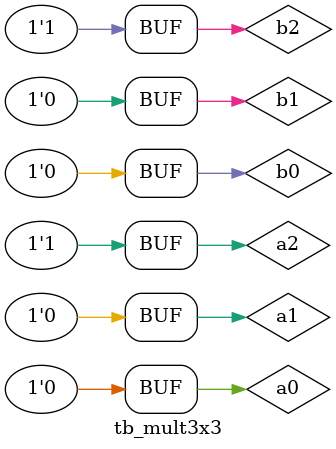
<source format=v>
`include "mult3x3.v"

module tb_mult3x3();
	
	reg a0,b0,a1,b1,a2,b2;
	wire p0,p1,p2,p3,p4,p5;

	mult3x3 mult3x3_1(p0,p1,p2,p3,p4,p5,a0,a1,a2,b0,b1,b2);

	initial begin 
		a0 = 0;
		a1 = 0;
		a2 = 0;
		b0 = 0;
		b1 = 0;
		b2 = 0;

		#50;

		a0 = 1;
		a1 = 1;
		a2 = 0;
		b0 = 1;
		b1 = 0;
		b2 = 1;

		#50;

		a0 = 0;
		a1 = 1;
		a2 = 1;
		b0 = 1;
		b1 = 0;
		b2 = 0;

		#50;

		a0 = 0;
		a1 = 1;
		a2 = 0;
		b0 = 1;
		b1 = 1;
		b2 = 1;

		#50;

		a0 = 1;
		a1 = 1;
		a2 = 1;
		b0 = 1;
		b1 = 1;
		b2 = 0;

		#50;

		a0 = 0;
		a1 = 0;
		a2 = 1;
		b0 = 0;
		b1 = 0;
		b2 = 1;

		#50;
	
		
	end
endmodule
</source>
